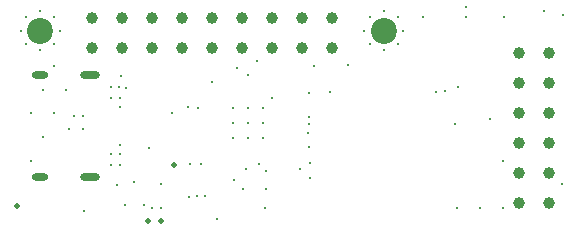
<source format=gbr>
%TF.GenerationSoftware,Altium Limited,Altium Designer,24.10.1 (45)*%
G04 Layer_Color=0*
%FSLAX43Y43*%
%MOMM*%
%TF.SameCoordinates,E964AE8D-A23B-4269-A803-6D3AB4905576*%
%TF.FilePolarity,Positive*%
%TF.FileFunction,Plated,1,2,PTH,Drill*%
%TF.Part,Single*%
G01*
G75*
%TA.AperFunction,ComponentDrill*%
%ADD92O,1.700X0.600*%
%ADD93O,1.400X0.600*%
%ADD94C,1.000*%
%ADD95C,1.000*%
%ADD96C,0.300*%
%ADD97C,2.200*%
%TA.AperFunction,ViaDrill,NotFilled*%
%ADD98C,0.300*%
%ADD99C,0.500*%
D92*
X7102Y13320D02*
D03*
Y4680D02*
D03*
D93*
X2922Y13320D02*
D03*
Y4680D02*
D03*
D94*
X22540Y18140D02*
D03*
X25080D02*
D03*
X20000D02*
D03*
X27620D02*
D03*
X14920D02*
D03*
X17460D02*
D03*
X12380D02*
D03*
Y15600D02*
D03*
X9840D02*
D03*
X27620D02*
D03*
X25080D02*
D03*
X17460D02*
D03*
X14920D02*
D03*
X22540D02*
D03*
X20000D02*
D03*
X9840Y18140D02*
D03*
X7300Y15600D02*
D03*
Y18140D02*
D03*
D95*
X46000Y7580D02*
D03*
Y10120D02*
D03*
Y5040D02*
D03*
Y15200D02*
D03*
X43460D02*
D03*
X46000Y12660D02*
D03*
Y2500D02*
D03*
X43460D02*
D03*
Y10120D02*
D03*
Y12660D02*
D03*
Y5040D02*
D03*
Y7580D02*
D03*
D96*
X33167Y18267D02*
D03*
X33650Y17100D02*
D03*
X32000Y18750D02*
D03*
X33167Y15933D02*
D03*
X32000Y15450D02*
D03*
X30833Y15933D02*
D03*
Y18267D02*
D03*
X30350Y17100D02*
D03*
X4067Y18267D02*
D03*
X4550Y17100D02*
D03*
X2900Y18750D02*
D03*
X4067Y15933D02*
D03*
X2900Y15450D02*
D03*
X1733Y15933D02*
D03*
Y18267D02*
D03*
X1250Y17100D02*
D03*
D97*
X32000D02*
D03*
X2900D02*
D03*
D98*
X21770Y10513D02*
D03*
X20500Y9243D02*
D03*
Y10513D02*
D03*
X21770Y9243D02*
D03*
X20500Y7973D02*
D03*
X21770D02*
D03*
X19230Y9243D02*
D03*
Y10513D02*
D03*
Y7973D02*
D03*
X47094Y4094D02*
D03*
X42094Y6094D02*
D03*
Y2094D02*
D03*
X40094D02*
D03*
X26094Y14094D02*
D03*
X14094Y10094D02*
D03*
X13094Y4094D02*
D03*
X4094Y14094D02*
D03*
X5094Y12094D02*
D03*
X4094Y10094D02*
D03*
X3094Y12094D02*
D03*
X2094Y10094D02*
D03*
X3094Y8094D02*
D03*
X2094Y6094D02*
D03*
X45568Y18720D02*
D03*
X47182Y18404D02*
D03*
X40970Y9601D02*
D03*
X38049Y9144D02*
D03*
X27415Y11906D02*
D03*
X28981Y14148D02*
D03*
X25629Y11811D02*
D03*
X17415Y12745D02*
D03*
X6483Y9830D02*
D03*
X6500Y8746D02*
D03*
X19538Y13923D02*
D03*
X20479Y13336D02*
D03*
X21245Y14555D02*
D03*
X22560Y11401D02*
D03*
X20295Y5402D02*
D03*
X24859Y5379D02*
D03*
X21420Y5784D02*
D03*
X25711Y5862D02*
D03*
X25657Y7205D02*
D03*
X16234Y10572D02*
D03*
X17900Y1168D02*
D03*
X38227Y2032D02*
D03*
X36392Y11923D02*
D03*
X5362Y8740D02*
D03*
X5754Y9828D02*
D03*
X15422Y10613D02*
D03*
X25635Y9812D02*
D03*
X25635Y9218D02*
D03*
X13091Y2082D02*
D03*
X12366Y2047D02*
D03*
X21975Y5166D02*
D03*
X9746Y13284D02*
D03*
X10204Y12219D02*
D03*
X16479Y5795D02*
D03*
X15569Y5773D02*
D03*
X25613Y8405D02*
D03*
X25709Y4595D02*
D03*
X21961Y2110D02*
D03*
X21987Y3666D02*
D03*
X12133Y7147D02*
D03*
X10825Y4248D02*
D03*
X9436Y3984D02*
D03*
X11649Y2342D02*
D03*
X10115Y2369D02*
D03*
X16874Y3093D02*
D03*
X16181Y3086D02*
D03*
X15505Y3042D02*
D03*
X20028Y3701D02*
D03*
X19288Y4452D02*
D03*
X6570Y1777D02*
D03*
X9652Y11355D02*
D03*
Y10644D02*
D03*
X8915Y11355D02*
D03*
Y12319D02*
D03*
Y6669D02*
D03*
X9652D02*
D03*
Y7406D02*
D03*
X8915Y5705D02*
D03*
X9652D02*
D03*
X9587Y12322D02*
D03*
X38953Y19092D02*
D03*
X38955Y18274D02*
D03*
X38293Y12333D02*
D03*
X37202Y11955D02*
D03*
X42145Y18265D02*
D03*
X35272Y18243D02*
D03*
D99*
X913Y2234D02*
D03*
X14265Y5730D02*
D03*
X13139Y1008D02*
D03*
X12012D02*
D03*
%TF.MD5,8fe3ffd1923a9cd62a1578029d953831*%
M02*

</source>
